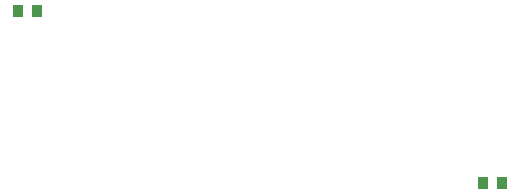
<source format=gbr>
G04 EAGLE Gerber RS-274X export*
G75*
%MOMM*%
%FSLAX34Y34*%
%LPD*%
%INSolderpaste Top*%
%IPPOS*%
%AMOC8*
5,1,8,0,0,1.08239X$1,22.5*%
G01*
%ADD10R,0.949959X1.031241*%


D10*
X499999Y196850D03*
X516001Y196850D03*
X893699Y50800D03*
X909701Y50800D03*
M02*

</source>
